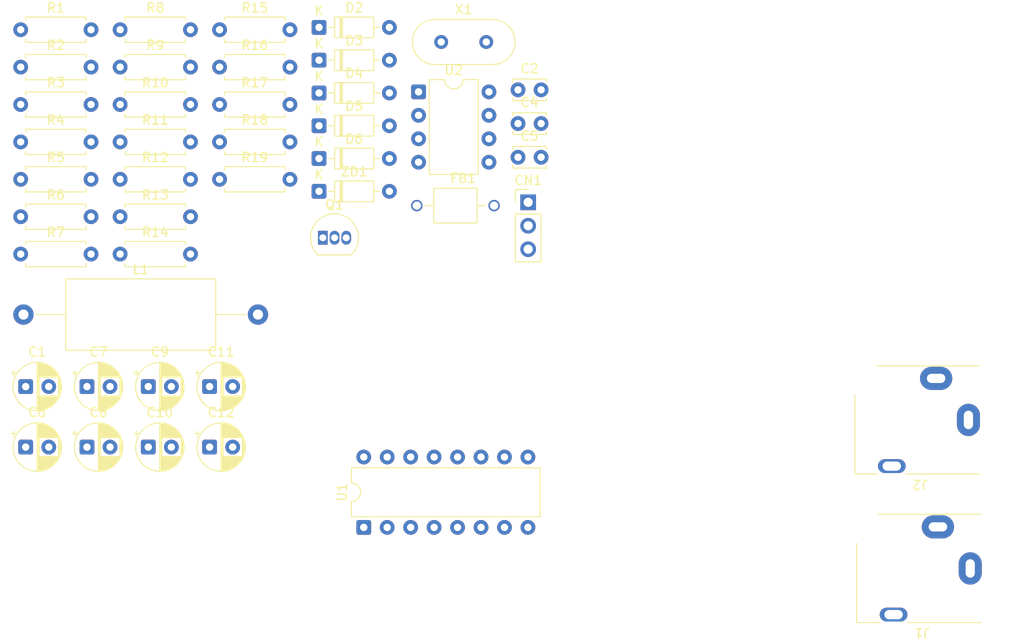
<source format=kicad_pcb>
(kicad_pcb (version 20241229) (generator "pcbnew") (generator_version "9.0")
  (layers (0 "F.Cu" signal) (2 "B.Cu" signal) (13 "F.Paste" user) (15 "B.Paste" user) (5 "F.SilkS" user "F.Silkscreen") (7 "B.SilkS" user "B.Silkscreen") (1 "F.Mask" user) (3 "B.Mask" user) (25 "Edge.Cuts" user))
  (net 0 "")
  (net 1 "+5V")
  (net 2 "GND")
  (net 3 "Net-(U1-XTAL1)")
  (net 4 "Net-(U1-XTAL2)")
  (net 5 "Net-(U1-V±GEN)")
  (net 6 "Net-(D2-K)")
  (net 7 "Net-(D3-A)")
  (net 8 "Net-(Q1-C)")
  (net 9 "/V+")
  (net 10 "Net-(D5-K)")
  (net 11 "/V-")
  (net 12 "Net-(C11-Pad1)")
  (net 13 "Net-(C11-Pad2)")
  (net 14 "Net-(C12-Pad2)")
  (net 15 "Net-(C12-Pad1)")
  (net 16 "/OUT1")
  (net 17 "Net-(U1-+5V)")
  (net 18 "Net-(J1-PadR)")
  (net 19 "Net-(J1-PadT)")
  (net 20 "Net-(Q1-E)")
  (net 21 "Net-(Q1-B)")
  (net 22 "/SYNC")
  (net 23 "Net-(U1-~{RESET})")
  (net 24 "/EYE1-")
  (net 25 "Net-(U2B--)")
  (net 26 "Net-(U2B-+)")
  (net 27 "/EYE1+")
  (net 28 "Net-(U2A-+)")
  (net 29 "/EYE2+")
  (net 30 "Net-(U2A--)")
  (net 31 "/EYE2-")
  (footprint "Diode_THT:D_DO-35_SOD27_P7.62mm_Horizontal" (layer "F.Cu") (at 100.567 80.467)
    (property "Reference" "D3" (at 3.81 -2.12 0) (layer "F.SilkS"))
    (property "Value" "1N4148")
    (fp_text user "K" (at 0 -1.8 0) (layer "F.SilkS"))
    (pad "1" thru_hole roundrect (at 0 0) (size 1.6 1.6) (drill 0.8) (layers "*.Cu" "*.Mask") (roundrect_rratio 0.15625) (net 9 "/V+"))
    (pad "2" thru_hole circle (at 7.62 0) (size 1.6 1.6) (drill 0.8) (layers "*.Cu" "*.Mask") (net 7 "Net-(D3-A)"))
  )
  (footprint "Capacitor_THT:CP_Radial_D5.0mm_P2.50mm" (layer "F.Cu") (at 68.796775 115.817)
    (property "Reference" "C1" (at 1.25 -3.75 0) (layer "F.SilkS"))
    (property "Value" "33µF 16V")
    (pad "1" thru_hole roundrect (at 0 0) (size 1.6 1.6) (drill 0.8) (layers "*.Cu" "*.Mask") (roundrect_rratio 0.15625) (net 1 "+5V"))
    (pad "2" thru_hole circle (at 2.5 0) (size 1.6 1.6) (drill 0.8) (layers "*.Cu" "*.Mask") (net 2 "GND"))
  )
  (footprint "Package_DIP:DIP-8_W7.62mm" (layer "F.Cu") (at 111.347 83.897)
    (property "Reference" "U2" (at 3.81 -2.33 0) (layer "F.SilkS"))
    (property "Value" "JRC 4558D")
    (pad "1" thru_hole roundrect (at 0 0) (size 1.6 1.6) (drill 0.8) (layers "*.Cu" "*.Mask") (roundrect_rratio 0.15625) (net 15 "Net-(C12-Pad1)"))
    (pad "2" thru_hole circle (at 0 2.54) (size 1.6 1.6) (drill 0.8) (layers "*.Cu" "*.Mask") (net 30 "Net-(U2A--)"))
    (pad "3" thru_hole circle (at 0 5.08) (size 1.6 1.6) (drill 0.8) (layers "*.Cu" "*.Mask") (net 28 "Net-(U2A-+)"))
    (pad "4" thru_hole circle (at 0 7.62) (size 1.6 1.6) (drill 0.8) (layers "*.Cu" "*.Mask") (net 11 "/V-"))
    (pad "5" thru_hole circle (at 7.62 7.62) (size 1.6 1.6) (drill 0.8) (layers "*.Cu" "*.Mask") (net 26 "Net-(U2B-+)"))
    (pad "6" thru_hole circle (at 7.62 5.08) (size 1.6 1.6) (drill 0.8) (layers "*.Cu" "*.Mask") (net 25 "Net-(U2B--)"))
    (pad "7" thru_hole circle (at 7.62 2.54) (size 1.6 1.6) (drill 0.8) (layers "*.Cu" "*.Mask") (net 12 "Net-(C11-Pad1)"))
    (pad "8" thru_hole circle (at 7.62 0) (size 1.6 1.6) (drill 0.8) (layers "*.Cu" "*.Mask") (net 9 "/V+"))
  )
  (footprint "Capacitor_THT:CP_Radial_D5.0mm_P2.50mm" (layer "F.Cu") (at 75.43655 115.817)
    (property "Reference" "C7" (at 1.25 -3.75 0) (layer "F.SilkS"))
    (property "Value" "22µF 25V")
    (pad "1" thru_hole roundrect (at 0 0) (size 1.6 1.6) (drill 0.8) (layers "*.Cu" "*.Mask") (roundrect_rratio 0.15625) (net 8 "Net-(Q1-C)"))
    (pad "2" thru_hole circle (at 2.5 0) (size 1.6 1.6) (drill 0.8) (layers "*.Cu" "*.Mask") (net 7 "Net-(D3-A)"))
  )
  (footprint "Resistor_THT:R_Axial_DIN0207_L6.3mm_D2.5mm_P7.62mm_Horizontal" (layer "F.Cu") (at 68.257 97.417)
    (property "Reference" "R6" (at 3.81 -2.37 0) (layer "F.SilkS"))
    (property "Value" "100KΩ")
    (pad "1" thru_hole circle (at 0 0) (size 1.6 1.6) (drill 0.8) (layers "*.Cu" "*.Mask") (net 2 "GND"))
    (pad "2" thru_hole circle (at 7.62 0) (size 1.6 1.6) (drill 0.8) (layers "*.Cu" "*.Mask") (net 21 "Net-(Q1-B)"))
  )
  (footprint "Capacitor_THT:CP_Radial_D5.0mm_P2.50mm" (layer "F.Cu") (at 75.43655 122.367)
    (property "Reference" "C8" (at 1.25 -3.75 0) (layer "F.SilkS"))
    (property "Value" "22µF 16V")
    (pad "1" thru_hole roundrect (at 0 0) (size 1.6 1.6) (drill 0.8) (layers "*.Cu" "*.Mask") (roundrect_rratio 0.15625) (net 9 "/V+"))
    (pad "2" thru_hole circle (at 2.5 0) (size 1.6 1.6) (drill 0.8) (layers "*.Cu" "*.Mask") (net 2 "GND"))
  )
  (footprint "Inductor_THT:L_Axial_L16.0mm_D7.5mm_P25.40mm_Horizontal_Fastron_XHBCC" (layer "F.Cu") (at 68.557 108.017)
    (property "Reference" "L1" (at 12.7 -4.87 0) (layer "F.SilkS"))
    (property "Value" "1mH")
    (pad "1" thru_hole circle (at 0 0) (size 2.2 2.2) (drill 1.1) (layers "*.Cu" "*.Mask") (net 1 "+5V"))
    (pad "2" thru_hole circle (at 25.4 0) (size 2.2 2.2) (drill 1.1) (layers "*.Cu" "*.Mask") (net 8 "Net-(Q1-C)"))
  )
  (footprint "Resistor_THT:R_Axial_DIN0207_L6.3mm_D2.5mm_P7.62mm_Horizontal" (layer "F.Cu") (at 79.027 97.417)
    (property "Reference" "R13" (at 3.81 -2.37 0) (layer "F.SilkS"))
    (property "Value" "1KΩ")
    (pad "1" thru_hole circle (at 0 0) (size 1.6 1.6) (drill 0.8) (layers "*.Cu" "*.Mask") (net 13 "Net-(C11-Pad2)"))
    (pad "2" thru_hole circle (at 7.62 0) (size 1.6 1.6) (drill 0.8) (layers "*.Cu" "*.Mask") (net 18 "Net-(J1-PadR)"))
  )
  (footprint "Package_TO_SOT_THT:TO-92_Inline" (layer "F.Cu") (at 100.977 99.697)
    (property "Reference" "Q1" (at 1.27 -3.56 0) (layer "F.SilkS"))
    (property "Value" "2SC2120")
    (pad "1" thru_hole rect (at 0 0) (size 1.05 1.5) (drill 0.75) (layers "*.Cu" "*.Mask") (net 8 "Net-(Q1-C)"))
    (pad "2" thru_hole oval (at 1.27 0) (size 1.05 1.5) (drill 0.75) (layers "*.Cu" "*.Mask") (net 21 "Net-(Q1-B)"))
    (pad "3" thru_hole oval (at 2.54 0) (size 1.05 1.5) (drill 0.75) (layers "*.Cu" "*.Mask") (net 20 "Net-(Q1-E)"))
  )
  (footprint "Clueless_Engineer:FB_28L0138-10R-10" (layer "F.Cu") (at 115.342 96.217)
    (property "Reference" "FB1" (at 0.825 -2.965 0) (layer "F.SilkS"))
    (property "Value" "FerriteBead")
    (pad "1" thru_hole circle (at -4.185 0) (size 1.24 1.24) (drill 0.89) (layers "*.Cu" "*.Mask") (net 1 "+5V"))
    (pad "2" thru_hole circle (at 4.185 0) (size 1.24 1.24) (drill 0.89) (layers "*.Cu" "*.Mask") (net 17 "Net-(U1-+5V)"))
  )
  (footprint "Resistor_THT:R_Axial_DIN0207_L6.3mm_D2.5mm_P7.62mm_Horizontal" (layer "F.Cu") (at 89.797 81.217)
    (property "Reference" "R16" (at 3.81 -2.37 0) (layer "F.SilkS"))
    (property "Value" "150KΩ")
    (pad "1" thru_hole circle (at 0 0) (size 1.6 1.6) (drill 0.8) (layers "*.Cu" "*.Mask") (net 30 "Net-(U2A--)"))
    (pad "2" thru_hole circle (at 7.62 0) (size 1.6 1.6) (drill 0.8) (layers "*.Cu" "*.Mask") (net 15 "Net-(C12-Pad1)"))
  )
  (footprint "Resistor_THT:R_Axial_DIN0207_L6.3mm_D2.5mm_P7.62mm_Horizontal" (layer "F.Cu") (at 68.257 77.167)
    (property "Reference" "R1" (at 3.81 -2.37 0) (layer "F.SilkS"))
    (property "Value" "4.7KΩ")
    (pad "1" thru_hole circle (at 0 0) (size 1.6 1.6) (drill 0.8) (layers "*.Cu" "*.Mask") (net 1 "+5V"))
    (pad "2" thru_hole circle (at 7.62 0) (size 1.6 1.6) (drill 0.8) (layers "*.Cu" "*.Mask") (net 22 "/SYNC"))
  )
  (footprint "Capacitor_THT:C_Disc_D3.4mm_W2.1mm_P2.50mm" (layer "F.Cu") (at 122.117 87.327)
    (property "Reference" "C4" (at 1.25 -2.3 0) (layer "F.SilkS"))
    (property "Value" "33pF")
    (pad "1" thru_hole circle (at 0 0) (size 1.6 1.6) (drill 0.8) (layers "*.Cu" "*.Mask") (net 2 "GND"))
    (pad "2" thru_hole circle (at 2.5 0) (size 1.6 1.6) (drill 0.8) (layers "*.Cu" "*.Mask") (net 3 "Net-(U1-XTAL1)"))
  )
  (footprint "Resistor_THT:R_Axial_DIN0207_L6.3mm_D2.5mm_P7.62mm_Horizontal" (layer "F.Cu") (at 68.257 85.267)
    (property "Reference" "R3" (at 3.81 -2.37 0) (layer "F.SilkS"))
    (property "Value" "680Ω")
    (pad "1" thru_hole circle (at 0 0) (size 1.6 1.6) (drill 0.8) (layers "*.Cu" "*.Mask") (net 16 "/OUT1"))
    (pad "2" thru_hole circle (at 7.62 0) (size 1.6 1.6) (drill 0.8) (layers "*.Cu" "*.Mask") (net 22 "/SYNC"))
  )
  (footprint "Capacitor_THT:C_Disc_D3.4mm_W2.1mm_P2.50mm" (layer "F.Cu") (at 122.117 83.677)
    (property "Reference" "C2" (at 1.25 -2.3 0) (layer "F.SilkS"))
    (property "Value" "22nF")
    (pad "1" thru_hole circle (at 0 0) (size 1.6 1.6) (drill 0.8) (layers "*.Cu" "*.Mask") (net 2 "GND"))
    (pad "2" thru_hole circle (at 2.5 0) (size 1.6 1.6) (drill 0.8) (layers "*.Cu" "*.Mask") (net 1 "+5V"))
  )
  (footprint "Capacitor_THT:CP_Radial_D5.0mm_P2.50mm" (layer "F.Cu") (at 88.7161 115.817)
    (property "Reference" "C11" (at 1.25 -3.75 0) (layer "F.SilkS"))
    (property "Value" "2.2µF 50V")
    (pad "1" thru_hole roundrect (at 0 0) (size 1.6 1.6) (drill 0.8) (layers "*.Cu" "*.Mask") (roundrect_rratio 0.15625) (net 12 "Net-(C11-Pad1)"))
    (pad "2" thru_hole circle (at 2.5 0) (size 1.6 1.6) (drill 0.8) (layers "*.Cu" "*.Mask") (net 13 "Net-(C11-Pad2)"))
  )
  (footprint "Capacitor_THT:C_Disc_D3.4mm_W2.1mm_P2.50mm" (layer "F.Cu") (at 122.117 90.977)
    (property "Reference" "C5" (at 1.25 -2.3 0) (layer "F.SilkS"))
    (property "Value" "33pF")
    (pad "1" thru_hole circle (at 0 0) (size 1.6 1.6) (drill 0.8) (layers "*.Cu" "*.Mask") (net 2 "GND"))
    (pad "2" thru_hole circle (at 2.5 0) (size 1.6 1.6) (drill 0.8) (layers "*.Cu" "*.Mask") (net 4 "Net-(U1-XTAL2)"))
  )
  (footprint "Capacitor_THT:CP_Radial_D5.0mm_P2.50mm" (layer "F.Cu") (at 68.796775 122.367)
    (property "Reference" "C6" (at 1.25 -3.75 0) (layer "F.SilkS"))
    (property "Value" "4.7µF 50V")
    (pad "1" thru_hole roundrect (at 0 0) (size 1.6 1.6) (drill 0.8) (layers "*.Cu" "*.Mask") (roundrect_rratio 0.15625) (net 5 "Net-(U1-V±GEN)"))
    (pad "2" thru_hole circle (at 2.5 0) (size 1.6 1.6) (drill 0.8) (layers "*.Cu" "*.Mask") (net 6 "Net-(D2-K)"))
  )
  (footprint "Capacitor_THT:CP_Radial_D5.0mm_P2.50mm" (layer "F.Cu") (at 82.076325 115.817)
    (property "Reference" "C9" (at 1.25 -3.75 0) (layer "F.SilkS"))
    (property "Value" "22µF 25V")
    (pad "1" thru_hole roundrect (at 0 0) (size 1.6 1.6) (drill 0.8) (layers "*.Cu" "*.Mask") (roundrect_rratio 0.15625) (net 8 "Net-(Q1-C)"))
    (pad "2" thru_hole circle (at 2.5 0) (size 1.6 1.6) (drill 0.8) (layers "*.Cu" "*.Mask") (net 10 "Net-(D5-K)"))
  )
  (footprint "Package_DIP:DIP-16_W7.62mm" (layer "F.Cu") (at 105.41 131.064 90)
    (property "Reference" "U1" (at 3.81 -2.33 90) (layer "F.SilkS"))
    (property "Value" "Sharp IX0043AE")
    (pad "1" thru_hole roundrect (at 0 0 90) (size 1.6 1.6) (drill 0.8) (layers "*.Cu" "*.Mask") (roundrect_rratio 0.15625) (net 29 "/EYE2+"))
    (pad "2" thru_hole circle (at 0 2.54 90) (size 1.6 1.6) (drill 0.8) (layers "*.Cu" "*.Mask") (net 31 "/EYE2-"))
    (pad "3" thru_hole circle (at 0 5.08 90) (size 1.6 1.6) (drill 0.8) (layers "*.Cu" "*.Mask"))
    (pad "4" thru_hole circle (at 0 7.62 90) (size 1.6 1.6) (drill 0.8) (layers "*.Cu" "*.Mask"))
    (pad "5" thru_hole circle (at 0 10.16 90) (size 1.6 1.6) (drill 0.8) (layers "*.Cu" "*.Mask"))
    (pad "6" thru_hole circle (at 0 12.7 90) (size 1.6 1.6) (drill 0.8) (layers "*.Cu" "*.Mask") (net 3 "Net-(U1-XTAL1)"))
    (pad "7" thru_hole circle (at 0 15.24 90) (size 1.6 1.6) (drill 0.8) (layers "*.Cu" "*.Mask") (net 4 "Net-(U1-XTAL2)"))
    (pad "8" thru_hole circle (at 0 17.78 90) (size 1.6 1.6) (drill 0.8) (layers "*.Cu" "*.Mask") (net 2 "GND"))
    (pad "9" thru_hole circle (at 7.62 17.78 90) (size 1.6 1.6) (drill 0.8) (layers "*.Cu" "*.Mask") (net 5 "Net-(U1-V±GEN)"))
    (pad "10" thru_hole circle (at 7.62 15.24 90) (size 1.6 1.6) (drill 0.8) (layers "*.Cu" "*.Mask") (net 22 "/SYNC"))
    (pad "11" thru_hole circle (at 7.62 12.7 90) (size 1.6 1.6) (drill 0.8) (layers "*.Cu" "*.Mask"))
    (pad "12" thru_hole circle (at 7.62 10.16 90) (size 1.6 1.6) (drill 0.8) (layers "*.Cu" "*.Mask"))
    (pad "13" thru_hole circle (at 7.62 7.62 90) (size 1.6 1.6) (drill 0.8) (layers "*.Cu" "*.Mask") (net 27 "/EYE1+"))
    (pad "14" thru_hole circle (at 7.62 5.08 90) (size 1.6 1.6) (drill 0.8) (layers "*.Cu" "*.Mask") (net 24 "/EYE1-"))
    (pad "15" thru_hole circle (at 7.62 2.54 90) (size 1.6 1.6) (drill 0.8) (layers "*.Cu" "*.Mask") (net 23 "Net-(U1-~{RESET})"))
    (pad "16" thru_hole circle (at 7.62 0 90) (size 1.6 1.6) (drill 0.8) (layers "*.Cu" "*.Mask") (net 17 "Net-(U1-+5V)"))
  )
  (footprint "Resistor_THT:R_Axial_DIN0207_L6.3mm_D2.5mm_P7.62mm_Horizontal" (layer "F.Cu") (at 89.797 85.267)
    (property "Reference" "R17" (at 3.81 -2.37 0) (layer "F.SilkS"))
    (property "Value" "150KΩ")
    (pad "1" thru_hole circle (at 0 0) (size 1.6 1.6) (drill 0.8) (layers "*.Cu" "*.Mask") (net 2 "GND"))
    (pad "2" thru_hole circle (at 7.62 0) (size 1.6 1.6) (drill 0.8) (layers "*.Cu" "*.Mask") (net 28 "Net-(U2A-+)"))
  )
  (footprint "Diode_THT:D_DO-35_SOD27_P7.62mm_Horizontal" (layer "F.Cu") (at 100.567 84.017)
    (property "Reference" "D4" (at 3.81 -2.12 0) (layer "F.SilkS"))
    (property "Value" "1N4148")
    (fp_text user "K" (at 0 -1.8 0) (layer "F.SilkS"))
    (pad "1" thru_hole roundrect (at 0 0) (size 1.6 1.6) (drill 0.8) (layers "*.Cu" "*.Mask") (roundrect_rratio 0.15625) (net 7 "Net-(D3-A)"))
    (pad "2" thru_hole circle (at 7.62 0) (size 1.6 1.6) (drill 0.8) (layers "*.Cu" "*.Mask") (net 2 "GND"))
  )
  (footprint "Resistor_THT:R_Axial_DIN0207_L6.3mm_D2.5mm_P7.62mm_Horizontal" (layer "F.Cu") (at 79.027 93.367)
    (property "Reference" "R12" (at 3.81 -2.37 0) (layer "F.SilkS"))
    (property "Value" "150KΩ")
    (pad "1" thru_hole circle (at 0 0) (size 1.6 1.6) (drill 0.8) (layers "*.Cu" "*.Mask") (net 2 "GND"))
    (pad "2" thru_hole circle (at 7.62 0) (size 1.6 1.6) (drill 0.8) (layers "*.Cu" "*.Mask") (net 13 "Net-(C11-Pad2)"))
  )
  (footprint "Connector_Audio:Jack_3.5mm_CUI_SJ1-3513N_Horizontal" (layer "F.Cu") (at 170.897 119.427 180)
    (property "Reference" "J2" (at 5.2 -7 180) (layer "F.SilkS"))
    (property "Value" "スコープ２")
    (pad "R" thru_hole oval (at 8.3 -5 180) (size 3 1.5) (drill oval 2 1) (layers "*.Cu" "*.Mask") (net 18 "Net-(J1-PadR)"))
    (pad "S" thru_hole oval (at 0 0 90) (size 3.5 2.5) (drill oval 2 1) (layers "*.Cu" "*.Mask") (net 2 "GND"))
    (pad "T" thru_hole oval (at 3.5 4.5 180) (size 3.5 2.5) (drill oval 2 1) (layers "*.Cu" "*.Mask") (net 19 "Net-(J1-PadT)"))
  )
  (footprint "Capacitor_THT:CP_Radial_D5.0mm_P2.50mm" (layer "F.Cu") (at 82.076325 122.367)
    (property "Reference" "C10" (at 1.25 -3.75 0) (layer "F.SilkS"))
    (property "Value" "22µF 16V")
    (pad "1" thru_hole roundrect (at 0 0) (size 1.6 1.6) (drill 0.8) (layers "*.Cu" "*.Mask") (roundrect_rratio 0.15625) (net 2 "GND"))
    (pad "2" thru_hole circle (at 2.5 0) (size 1.6 1.6) (drill 0.8) (layers "*.Cu" "*.Mask") (net 11 "/V-"))
  )
  (footprint "Resistor_THT:R_Axial_DIN0207_L6.3mm_D2.5mm_P7.62mm_Horizontal" (layer "F.Cu") (at 79.027 85.267)
    (property "Reference" "R10" (at 3.81 -2.37 0) (layer "F.SilkS"))
    (property "Value" "150KΩ")
    (pad "1" thru_hole circle (at 0 0) (size 1.6 1.6) (drill 0.8) (layers "*.Cu" "*.Mask") (net 25 "Net-(U2B--)"))
    (pad "2" thru_hole circle (at 7.62 0) (size 1.6 1.6) (drill 0.8) (layers "*.Cu" "*.Mask") (net 12 "Net-(C11-Pad1)"))
  )
  (footprint "Resistor_THT:R_Axial_DIN0207_L6.3mm_D2.5mm_P7.62mm_Horizontal" (layer "F.Cu") (at 79.027 89.317)
    (property "Reference" "R11" (at 3.81 -2.37 0) (layer "F.SilkS"))
    (property "Value" "150KΩ")
    (pad "1" thru_hole circle (at 0 0) (size 1.6 1.6) (drill 0.8) (layers "*.Cu" "*.Mask") (net 26 "Net-(U2B-+)"))
    (pad "2" thru_hole circle (at 7.62 0) (size 1.6 1.6) (drill 0.8) (layers "*.Cu" "*.Mask") (net 2 "GND"))
  )
  (footprint "Resistor_THT:R_Axial_DIN0207_L6.3mm_D2.5mm_P7.62mm_Horizontal" (layer "F.Cu") (at 89.797 93.367)
    (property "Reference" "R19" (at 3.81 -2.37 0) (layer "F.SilkS"))
    (property "Value" "1KΩ")
    (pad "1" thru_hole circle (at 0 0) (size 1.6 1.6) (drill 0.8) (layers "*.Cu" "*.Mask") (net 14 "Net-(C12-Pad2)"))
    (pad "2" thru_hole circle (at 7.62 0) (size 1.6 1.6) (drill 0.8) (layers "*.Cu" "*.Mask") (net 19 "Net-(J1-PadT)"))
  )
  (footprint "Diode_THT:D_DO-35_SOD27_P7.62mm_Horizontal" (layer "F.Cu") (at 100.567 91.117)
    (property "Reference" "D6" (at 3.81 -2.12 0) (layer "F.SilkS"))
    (property "Value" "1N4148")
    (fp_text user "K" (at 0 -1.8 0) (layer "F.SilkS"))
    (pad "1" thru_hole roundrect (at 0 0) (size 1.6 1.6) (drill 0.8) (layers "*.Cu" "*.Mask") (roundrect_rratio 0.15625) (net 2 "GND"))
    (pad "2" thru_hole circle (at 7.62 0) (size 1.6 1.6) (drill 0.8) (layers "*.Cu" "*.Mask") (net 10 "Net-(D5-K)"))
  )
  (footprint "Resistor_THT:R_Axial_DIN0207_L6.3mm_D2.5mm_P7.62mm_Horizontal" (layer "F.Cu") (at 68.257 89.317)
    (property "Reference" "R4" (at 3.81 -2.37 0) (layer "F.SilkS"))
    (property "Value" "1.5KΩ")
    (pad "1" thru_hole circle (at 0 0) (size 1.6 1.6) (drill 0.8) (layers "*.Cu" "*.Mask") (net 1 "+5V"))
    (pad "2" thru_hole circle (at 7.62 0) (size 1.6 1.6) (drill 0.8) (layers "*.Cu" "*.Mask") (net 5 "Net-(U1-V±GEN)"))
  )
  (footprint "Resistor_THT:R_Axial_DIN0207_L6.3mm_D2.5mm_P7.62mm_Horizontal" (layer "F.Cu") (at 68.257 93.367)
    (property "Reference" "R5" (at 3.81 -2.37 0) (layer "F.SilkS"))
    (property "Value" "680Ω")
    (pad "1" thru_hole circle (at 0 0) (size 1.6 1.6) (drill 0.8) (layers "*.Cu" "*.Mask") (net 6 "Net-(D2-K)"))
    (pad "2" thru_hole circle (at 7.62 0) (size 1.6 1.6) (drill 0.8) (layers "*.Cu" "*.Mask") (net 21 "Net-(Q1-B)"))
  )
  (footprint "Resistor_THT:R_Axial_DIN0207_L6.3mm_D2.5mm_P7.62mm_Horizontal" (layer "F.Cu") (at 79.027 101.467)
    (property "Reference" "R14" (at 3.81 -2.37 0) (layer "F.SilkS"))
    (property "Value" "33KΩ")
    (pad "1" thru_hole circle (at 0 0) (size 1.6 1.6) (drill 0.8) (layers "*.Cu" "*.Mask") (net 29 "/EYE2+"))
    (pad "2" thru_hole circle (at 7.62 0) (size 1.6 1.6) (drill 0.8) (layers "*.Cu" "*.Mask") (net 28 "Net-(U2A-+)"))
  )
  (footprint "Resistor_THT:R_Axial_DIN0207_L6.3mm_D2.5mm_P7.62mm_Horizontal" (layer "F.Cu") (at 89.797 77.167)
    (property "Reference" "R15" (at 3.81 -2.37 0) (layer "F.SilkS"))
    (property "Value" "33KΩ")
    (pad "1" thru_hole circle (at 0 0) (size 1.6 1.6) (drill 0.8) (layers "*.Cu" "*.Mask") (net 30 "Net-(U2A--)"))
    (pad "2" thru_hole circle (at 7.62 0) (size 1.6 1.6) (drill 0.8) (layers "*.Cu" "*.Mask") (net 31 "/EYE2-"))
  )
  (footprint "Connector_PinHeader_2.54mm:PinHeader_1x03_P2.54mm_Vertical" (layer "F.Cu") (at 123.217 95.857)
    (property "Reference" "CN1" (at 0 -2.38 0) (layer "F.SilkS"))
    (property "Value" "Famicon Expansion Port")
    (pad "1" thru_hole rect (at 0 0) (size 1.7 1.7) (drill 1) (layers "*.Cu" "*.Mask") (net 1 "+5V"))
    (pad "2" thru_hole circle (at 0 2.54) (size 1.7 1.7) (drill 1) (layers "*.Cu" "*.Mask") (net 2 "GND"))
    (pad "3" thru_hole circle (at 0 5.08) (size 1.7 1.7) (drill 1) (layers "*.Cu" "*.Mask") (net 16 "/OUT1"))
  )
  (footprint "Resistor_THT:R_Axial_DIN0207_L6.3mm_D2.5mm_P7.62mm_Horizontal" (layer "F.Cu") (at 89.797 89.317)
    (property "Reference" "R18" (at 3.81 -2.37 0) (layer "F.SilkS"))
    (property "Value" "150KΩ")
    (pad "1" thru_hole circle (at 0 0) (size 1.6 1.6) (drill 0.8) (layers "*.Cu" "*.Mask") (net 14 "Net-(C12-Pad2)"))
    (pad "2" thru_hole circle (at 7.62 0) (size 1.6 1.6) (drill 0.8) (layers "*.Cu" "*.Mask") (net 2 "GND"))
  )
  (footprint "Diode_THT:D_DO-35_SOD27_P7.62mm_Horizontal" (layer "F.Cu") (at 100.567 76.917)
    (property "Reference" "D2" (at 3.81 -2.12 0) (layer "F.SilkS"))
    (property "Value" "1N4148")
    (fp_text user "K" (at 0 -1.8 0) (layer "F.SilkS"))
    (pad "1" thru_hole roundrect (at 0 0) (size 1.6 1.6) (drill 0.8) (layers "*.Cu" "*.Mask") (roundrect_rratio 0.15625) (net 6 "Net-(D2-K)"))
    (pad "2" thru_hole circle (at 7.62 0) (size 1.6 1.6) (drill 0.8) (layers "*.Cu" "*.Mask") (net 2 "GND"))
  )
  (footprint "Crystal:Crystal_HC49-U_Vertical" (layer "F.Cu") (at 113.797 78.497)
    (property "Reference" "X1" (at 2.44 -3.52 0) (layer "F.SilkS"))
    (property "Value" "4MHz")
    (pad "1" thru_hole circle (at 0 0) (size 1.5 1.5) (drill 0.8) (layers "*.Cu" "*.Mask") (net 3 "Net-(U1-XTAL1)"))
    (pad "2" thru_hole circle (at 4.88 0) (size 1.5 1.5) (drill 0.8) (layers "*.Cu" "*.Mask") (net 4 "Net-(U1-XTAL2)"))
  )
  (footprint "Resistor_THT:R_Axial_DIN0207_L6.3mm_D2.5mm_P7.62mm_Horizontal" (layer "F.Cu") (at 79.027 81.217)
    (property "Reference" "R9" (at 3.81 -2.37 0) (layer "F.SilkS"))
    (property "Value" "33KΩ")
    (pad "1" thru_hole circle (at 0 0) (size 1.6 1.6) (drill 0.8) (layers "*.Cu" "*.Mask") (net 27 "/EYE1+"))
    (pad "2" thru_hole circle (at 7.62 0) (size 1.6 1.6) (drill 0.8) (layers "*.Cu" "*.Mask") (net 26 "Net-(U2B-+)"))
  )
  (footprint "Resistor_THT:R_Axial_DIN0207_L6.3mm_D2.5mm_P7.62mm_Horizontal" (layer "F.Cu") (at 68.257 101.467)
    (property "Reference" "R7" (at 3.81 -2.37 0) (layer "F.SilkS"))
    (property "Value" "0Ω")
    (pad "1" thru_hole circle (at 0 0) (size 1.6 1.6) (drill 0.8) (layers "*.Cu" "*.Mask") (net 20 "Net-(Q1-E)"))
    (pad "2" thru_hole circle (at 7.62 0) (size 1.6 1.6) (drill 0.8) (layers "*.Cu" "*.Mask") (net 2 "GND"))
  )
  (footprint "Connector_Audio:Jack_3.5mm_CUI_SJ1-3513N_Horizontal" (layer "F.Cu") (at 171.09 135.509 180)
    (property "Reference" "J1" (at 5.2 -7 180) (layer "F.SilkS"))
    (property "Value" "スコープ１")
    (pad "R" thru_hole oval (at 8.3 -5 180) (size 3 1.5) (drill oval 2 1) (layers "*.Cu" "*.Mask") (net 18 "Net-(J1-PadR)"))
    (pad "S" thru_hole oval (at 0 0 90) (size 3.5 2.5) (drill oval 2 1) (layers "*.Cu" "*.Mask") (net 2 "GND"))
    (pad "T" thru_hole oval (at 3.5 4.5 180) (size 3.5 2.5) (drill oval 2 1) (layers "*.Cu" "*.Mask") (net 19 "Net-(J1-PadT)"))
  )
  (footprint "Diode_THT:D_DO-35_SOD27_P7.62mm_Horizontal" (layer "F.Cu") (at 100.567 87.567)
    (property "Reference" "D5" (at 3.81 -2.12 0) (layer "F.SilkS"))
    (property "Value" "1N4148")
    (fp_text user "K" (at 0 -1.8 0) (layer "F.SilkS"))
    (pad "1" thru_hole roundrect (at 0 0) (size 1.6 1.6) (drill 0.8) (layers "*.Cu" "*.Mask") (roundrect_rratio 0.15625) (net 10 "Net-(D5-K)"))
    (pad "2" thru_hole circle (at 7.62 0) (size 1.6 1.6) (drill 0.8) (layers "*.Cu" "*.Mask") (net 11 "/V-"))
  )
  (footprint "Diode_THT:D_DO-35_SOD27_P7.62mm_Horizontal" (layer "F.Cu") (at 100.567 94.667)
    (property "Reference" "ZD1" (at 3.81 -2.12 0) (layer "F.SilkS"))
    (property "Value" "BZX55C15")
    (fp_text user "K" (at 0 -1.8 0) (layer "F.SilkS"))
    (pad "1" thru_hole roundrect (at 0 0) (size 1.6 1.6) (drill 0.8) (layers "*.Cu" "*.Mask") (roundrect_rratio 0.15625) (net 21 "Net-(Q1-B)"))
    (pad "2" thru_hole circle (at 7.62 0) (size 1.6 1.6) (drill 0.8) (layers "*.Cu" "*.Mask") (net 11 "/V-"))
  )
  (footprint "Capacitor_THT:CP_Radial_D5.0mm_P2.50mm" (layer "F.Cu") (at 88.7161 122.367)
    (property "Reference" "C12" (at 1.25 -3.75 0) (layer "F.SilkS"))
    (property "Value" "2.2µF 50V")
    (pad "1" thru_hole roundrect (at 0 0) (size 1.6 1.6) (drill 0.8) (layers "*.Cu" "*.Mask") (roundrect_rratio 0.15625) (net 15 "Net-(C12-Pad1)"))
    (pad "2" thru_hole circle (at 2.5 0) (size 1.6 1.6) (drill 0.8) (layers "*.Cu" "*.Mask") (net 14 "Net-(C12-Pad2)"))
  )
  (footprint "Resistor_THT:R_Axial_DIN0207_L6.3mm_D2.5mm_P7.62mm_Horizontal" (layer "F.Cu") (at 79.027 77.167)
    (property "Reference" "R8" (at 3.81 -2.37 0) (layer "F.SilkS"))
    (property "Value" "33KΩ")
    (pad "1" thru_hole circle (at 0 0) (size 1.6 1.6) (drill 0.8) (layers "*.Cu" "*.Mask") (net 24 "/EYE1-"))
    (pad "2" thru_hole circle (at 7.62 0) (size 1.6 1.6) (drill 0.8) (layers "*.Cu" "*.Mask") (net 25 "Net-(U2B--)"))
  )
  (footprint "Resistor_THT:R_Axial_DIN0207_L6.3mm_D2.5mm_P7.62mm_Horizontal" (layer "F.Cu") (at 68.257 81.217)
    (property "Reference" "R2" (at 3.81 -2.37 0) (layer "F.SilkS"))
    (property "Value" "10KΩ")
    (pad "1" thru_hole circle (at 0 0) (size 1.6 1.6) (drill 0.8) (layers "*.Cu" "*.Mask") (net 23 "Net-(U1-~{RESET})"))
    (pad "2" thru_hole circle (at 7.62 0) (size 1.6 1.6) (drill 0.8) (layers "*.Cu" "*.Mask") (net 1 "+5V"))
  )
)
</source>
